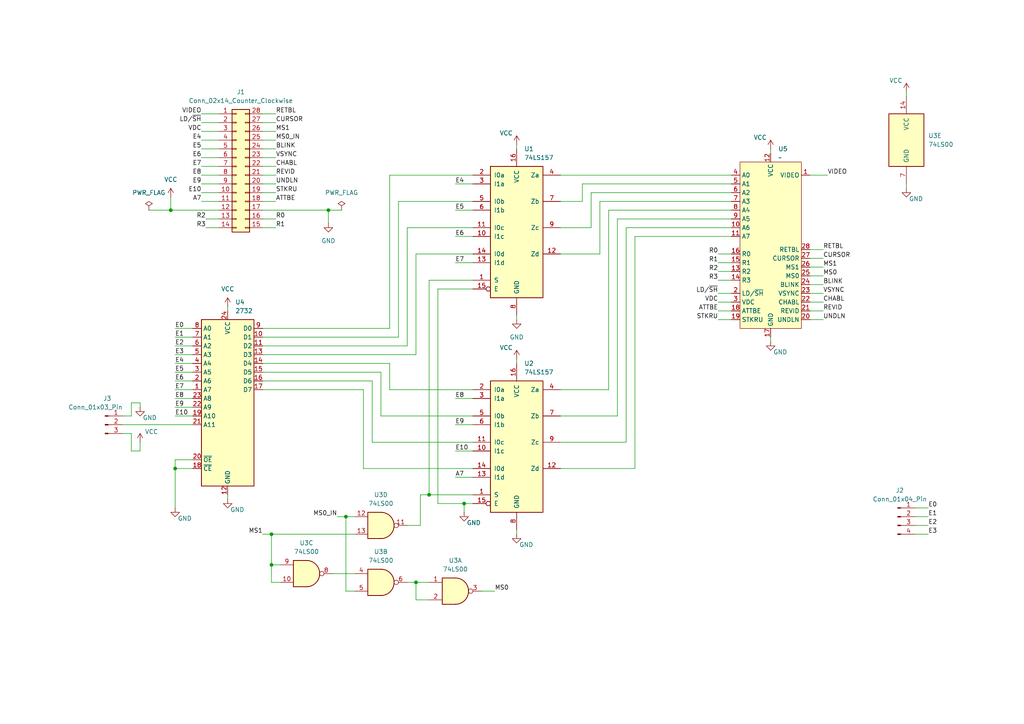
<source format=kicad_sch>
(kicad_sch (version 20231120) (generator "eeschema") (generator_version "8.0")
  (paper "A4")
  (title_block (title "Monroe Local Display") (date "2024-10-31") (rev "Ver 0.01") (company "SweProj"))
  (lib_symbols
    (symbol "74xx:74LS00" (pin_names (offset 1.016))
      (property "Reference" "U" (at 0 1.27 0))
      (property "Value" "74LS00" (at 0 -1.27 0))
      (symbol "74LS00_1_1"
        (arc (start 0 -3.81) (mid 3.7934 0) (end 0 3.81) (stroke (width 0.254)) (fill (type background)))
        (polyline (pts (xy 0 3.81) (xy -3.81 3.81) (xy -3.81 -3.81) (xy 0 -3.81)) (stroke (width 0.254)) (fill (type background)))
        (pin input line (at -7.62 2.54 0) (length 3.81) (name "~") (number "1"))
        (pin input line (at -7.62 -2.54 0) (length 3.81) (name "~") (number "2"))
        (pin output inverted (at 7.62 0 180) (length 3.81) (name "~") (number "3"))
      )
      (symbol "74LS00_1_2"
        (arc (start -3.81 -3.81) (mid -2.589 0) (end -3.81 3.81) (stroke (width 0.254)))
        (arc (start -0.6096 -3.81) (mid 2.1842 -2.5851) (end 3.81 0) (stroke (width 0.254)) (fill (type background)))
        (polyline (pts (xy -3.81 -3.81) (xy -0.635 -3.81)) (stroke (width 0.254)) (fill (type background)))
        (polyline (pts (xy -3.81 3.81) (xy -0.635 3.81)) (stroke (width 0.254)) (fill (type background)))
        (polyline (pts (xy -0.635 3.81) (xy -3.81 3.81) (xy -3.81 3.81) (xy -3.556 3.4036) (xy -3.0226 2.2606) (xy -2.6924 1.0414) (xy -2.6162 -0.254) (xy -2.7686 -1.4986) (xy -3.175 -2.7178) (xy -3.81 -3.81) (xy -3.81 -3.81) (xy -0.635 -3.81)) (stroke (width -25.4)) (fill (type background)))
        (arc (start 3.81 0) (mid 2.1915 2.5936) (end -0.6096 3.81) (stroke (width 0.254)) (fill (type background)))
        (pin input inverted (at -7.62 2.54 0) (length 4.318) (name "~") (number "1"))
        (pin input inverted (at -7.62 -2.54 0) (length 4.318) (name "~") (number "2"))
        (pin output line (at 7.62 0 180) (length 3.81) (name "~") (number "3"))
      )
      (symbol "74LS00_2_1"
        (arc (start 0 -3.81) (mid 3.7934 0) (end 0 3.81) (stroke (width 0.254)) (fill (type background)))
        (polyline (pts (xy 0 3.81) (xy -3.81 3.81) (xy -3.81 -3.81) (xy 0 -3.81)) (stroke (width 0.254)) (fill (type background)))
        (pin input line (at -7.62 2.54 0) (length 3.81) (name "~") (number "4"))
        (pin input line (at -7.62 -2.54 0) (length 3.81) (name "~") (number "5"))
        (pin output inverted (at 7.62 0 180) (length 3.81) (name "~") (number "6"))
      )
      (symbol "74LS00_2_2"
        (arc (start -3.81 -3.81) (mid -2.589 0) (end -3.81 3.81) (stroke (width 0.254)))
        (arc (start -0.6096 -3.81) (mid 2.1842 -2.5851) (end 3.81 0) (stroke (width 0.254)) (fill (type background)))
        (polyline (pts (xy -3.81 -3.81) (xy -0.635 -3.81)) (stroke (width 0.254)) (fill (type background)))
        (polyline (pts (xy -3.81 3.81) (xy -0.635 3.81)) (stroke (width 0.254)) (fill (type background)))
        (polyline (pts (xy -0.635 3.81) (xy -3.81 3.81) (xy -3.81 3.81) (xy -3.556 3.4036) (xy -3.0226 2.2606) (xy -2.6924 1.0414) (xy -2.6162 -0.254) (xy -2.7686 -1.4986) (xy -3.175 -2.7178) (xy -3.81 -3.81) (xy -3.81 -3.81) (xy -0.635 -3.81)) (stroke (width -25.4)) (fill (type background)))
        (arc (start 3.81 0) (mid 2.1915 2.5936) (end -0.6096 3.81) (stroke (width 0.254)) (fill (type background)))
        (pin input inverted (at -7.62 2.54 0) (length 4.318) (name "~") (number "4"))
        (pin input inverted (at -7.62 -2.54 0) (length 4.318) (name "~") (number "5"))
        (pin output line (at 7.62 0 180) (length 3.81) (name "~") (number "6"))
      )
      (symbol "74LS00_3_1"
        (arc (start 0 -3.81) (mid 3.7934 0) (end 0 3.81) (stroke (width 0.254)) (fill (type background)))
        (polyline (pts (xy 0 3.81) (xy -3.81 3.81) (xy -3.81 -3.81) (xy 0 -3.81)) (stroke (width 0.254)) (fill (type background)))
        (pin input line (at -7.62 -2.54 0) (length 3.81) (name "~") (number "10"))
        (pin output inverted (at 7.62 0 180) (length 3.81) (name "~") (number "8"))
        (pin input line (at -7.62 2.54 0) (length 3.81) (name "~") (number "9"))
      )
      (symbol "74LS00_3_2"
        (arc (start -3.81 -3.81) (mid -2.589 0) (end -3.81 3.81) (stroke (width 0.254)))
        (arc (start -0.6096 -3.81) (mid 2.1842 -2.5851) (end 3.81 0) (stroke (width 0.254)) (fill (type background)))
        (polyline (pts (xy -3.81 -3.81) (xy -0.635 -3.81)) (stroke (width 0.254)) (fill (type background)))
        (polyline (pts (xy -3.81 3.81) (xy -0.635 3.81)) (stroke (width 0.254)) (fill (type background)))
        (polyline (pts (xy -0.635 3.81) (xy -3.81 3.81) (xy -3.81 3.81) (xy -3.556 3.4036) (xy -3.0226 2.2606) (xy -2.6924 1.0414) (xy -2.6162 -0.254) (xy -2.7686 -1.4986) (xy -3.175 -2.7178) (xy -3.81 -3.81) (xy -3.81 -3.81) (xy -0.635 -3.81)) (stroke (width -25.4)) (fill (type background)))
        (arc (start 3.81 0) (mid 2.1915 2.5936) (end -0.6096 3.81) (stroke (width 0.254)) (fill (type background)))
        (pin input inverted (at -7.62 -2.54 0) (length 4.318) (name "~") (number "10"))
        (pin output line (at 7.62 0 180) (length 3.81) (name "~") (number "8"))
        (pin input inverted (at -7.62 2.54 0) (length 4.318) (name "~") (number "9"))
      )
      (symbol "74LS00_4_1"
        (arc (start 0 -3.81) (mid 3.7934 0) (end 0 3.81) (stroke (width 0.254)) (fill (type background)))
        (polyline (pts (xy 0 3.81) (xy -3.81 3.81) (xy -3.81 -3.81) (xy 0 -3.81)) (stroke (width 0.254)) (fill (type background)))
        (pin output inverted (at 7.62 0 180) (length 3.81) (name "~") (number "11"))
        (pin input line (at -7.62 2.54 0) (length 3.81) (name "~") (number "12"))
        (pin input line (at -7.62 -2.54 0) (length 3.81) (name "~") (number "13"))
      )
      (symbol "74LS00_4_2"
        (arc (start -3.81 -3.81) (mid -2.589 0) (end -3.81 3.81) (stroke (width 0.254)))
        (arc (start -0.6096 -3.81) (mid 2.1842 -2.5851) (end 3.81 0) (stroke (width 0.254)) (fill (type background)))
        (polyline (pts (xy -3.81 -3.81) (xy -0.635 -3.81)) (stroke (width 0.254)) (fill (type background)))
        (polyline (pts (xy -3.81 3.81) (xy -0.635 3.81)) (stroke (width 0.254)) (fill (type background)))
        (polyline (pts (xy -0.635 3.81) (xy -3.81 3.81) (xy -3.81 3.81) (xy -3.556 3.4036) (xy -3.0226 2.2606) (xy -2.6924 1.0414) (xy -2.6162 -0.254) (xy -2.7686 -1.4986) (xy -3.175 -2.7178) (xy -3.81 -3.81) (xy -3.81 -3.81) (xy -0.635 -3.81)) (stroke (width -25.4)) (fill (type background)))
        (arc (start 3.81 0) (mid 2.1915 2.5936) (end -0.6096 3.81) (stroke (width 0.254)) (fill (type background)))
        (pin output line (at 7.62 0 180) (length 3.81) (name "~") (number "11"))
        (pin input inverted (at -7.62 2.54 0) (length 4.318) (name "~") (number "12"))
        (pin input inverted (at -7.62 -2.54 0) (length 4.318) (name "~") (number "13"))
      )
      (symbol "74LS00_5_0"
        (pin power_in line (at 0 12.7 270) (length 5.08) (name "VCC") (number "14"))
        (pin power_in line (at 0 -12.7 90) (length 5.08) (name "GND") (number "7"))
      )
      (symbol "74LS00_5_1"
        (rectangle (start -5.08 7.62) (end 5.08 -7.62) (stroke (width 0.254)) (fill (type background)))
      )
    )
    (symbol "74xx:74LS157" (pin_names (offset 1.016))
      (property "Reference" "U" (at -7.62 19.05 0))
      (property "Value" "74LS157" (at -7.62 -21.59 0))
      (symbol "74LS157_1_0"
        (pin input line (at -12.7 -15.24 0) (length 5.08) (name "S") (number "1"))
        (pin input line (at -12.7 -2.54 0) (length 5.08) (name "I1c") (number "10"))
        (pin input line (at -12.7 0 0) (length 5.08) (name "I0c") (number "11"))
        (pin output line (at 12.7 -7.62 180) (length 5.08) (name "Zd") (number "12"))
        (pin input line (at -12.7 -10.16 0) (length 5.08) (name "I1d") (number "13"))
        (pin input line (at -12.7 -7.62 0) (length 5.08) (name "I0d") (number "14"))
        (pin input inverted (at -12.7 -17.78 0) (length 5.08) (name "E") (number "15"))
        (pin power_in line (at 0 22.86 270) (length 5.08) (name "VCC") (number "16"))
        (pin input line (at -12.7 15.24 0) (length 5.08) (name "I0a") (number "2"))
        (pin input line (at -12.7 12.7 0) (length 5.08) (name "I1a") (number "3"))
        (pin output line (at 12.7 15.24 180) (length 5.08) (name "Za") (number "4"))
        (pin input line (at -12.7 7.62 0) (length 5.08) (name "I0b") (number "5"))
        (pin input line (at -12.7 5.08 0) (length 5.08) (name "I1b") (number "6"))
        (pin output line (at 12.7 7.62 180) (length 5.08) (name "Zb") (number "7"))
        (pin power_in line (at 0 -25.4 90) (length 5.08) (name "GND") (number "8"))
        (pin output line (at 12.7 0 180) (length 5.08) (name "Zc") (number "9"))
      )
      (symbol "74LS157_1_1"
        (rectangle (start -7.62 17.78) (end 7.62 -20.32) (stroke (width 0.254)) (fill (type background)))
      )
    )
    (symbol "Connector:Conn_01x03_Pin" (pin_names (offset 1.016) hide)
      (property "Reference" "J" (at 0 5.08 0))
      (property "Value" "Conn_01x03_Pin" (at 0 -5.08 0))
      (symbol "Conn_01x03_Pin_1_1"
        (polyline (pts (xy 1.27 -2.54) (xy 0.8636 -2.54)) (stroke (width 0.1524)))
        (polyline (pts (xy 1.27 0) (xy 0.8636 0)) (stroke (width 0.1524)))
        (polyline (pts (xy 1.27 2.54) (xy 0.8636 2.54)) (stroke (width 0.1524)))
        (rectangle (start 0.8636 -2.413) (end 0 -2.667) (stroke (width 0.1524)) (fill (type outline)))
        (rectangle (start 0.8636 0.127) (end 0 -0.127) (stroke (width 0.1524)) (fill (type outline)))
        (rectangle (start 0.8636 2.667) (end 0 2.413) (stroke (width 0.1524)) (fill (type outline)))
        (pin passive line (at 5.08 2.54 180) (length 3.81) (name "Pin_1") (number "1"))
        (pin passive line (at 5.08 0 180) (length 3.81) (name "Pin_2") (number "2"))
        (pin passive line (at 5.08 -2.54 180) (length 3.81) (name "Pin_3") (number "3"))
      )
    )
    (symbol "Connector:Conn_01x04_Pin" (pin_names (offset 1.016) hide)
      (property "Reference" "J" (at 0 5.08 0))
      (property "Value" "Conn_01x04_Pin" (at 0 -7.62 0))
      (symbol "Conn_01x04_Pin_1_1"
        (polyline (pts (xy 1.27 -5.08) (xy 0.8636 -5.08)) (stroke (width 0.1524)))
        (polyline (pts (xy 1.27 -2.54) (xy 0.8636 -2.54)) (stroke (width 0.1524)))
        (polyline (pts (xy 1.27 0) (xy 0.8636 0)) (stroke (width 0.1524)))
        (polyline (pts (xy 1.27 2.54) (xy 0.8636 2.54)) (stroke (width 0.1524)))
        (rectangle (start 0.8636 -4.953) (end 0 -5.207) (stroke (width 0.1524)) (fill (type outline)))
        (rectangle (start 0.8636 -2.413) (end 0 -2.667) (stroke (width 0.1524)) (fill (type outline)))
        (rectangle (start 0.8636 0.127) (end 0 -0.127) (stroke (width 0.1524)) (fill (type outline)))
        (rectangle (start 0.8636 2.667) (end 0 2.413) (stroke (width 0.1524)) (fill (type outline)))
        (pin passive line (at 5.08 2.54 180) (length 3.81) (name "Pin_1") (number "1"))
        (pin passive line (at 5.08 0 180) (length 3.81) (name "Pin_2") (number "2"))
        (pin passive line (at 5.08 -2.54 180) (length 3.81) (name "Pin_3") (number "3"))
        (pin passive line (at 5.08 -5.08 180) (length 3.81) (name "Pin_4") (number "4"))
      )
    )
    (symbol "Connector_Generic:Conn_02x14_Counter_Clockwise" (pin_names (offset 1.016) hide)
      (property "Reference" "J" (at 1.27 17.78 0))
      (property "Value" "Conn_02x14_Counter_Clockwise" (at 1.27 -20.32 0))
      (symbol "Conn_02x14_Counter_Clockwise_1_1"
        (rectangle (start -1.27 -17.653) (end 0 -17.907) (stroke (width 0.1524)))
        (rectangle (start -1.27 -15.113) (end 0 -15.367) (stroke (width 0.1524)))
        (rectangle (start -1.27 -12.573) (end 0 -12.827) (stroke (width 0.1524)))
        (rectangle (start -1.27 -10.033) (end 0 -10.287) (stroke (width 0.1524)))
        (rectangle (start -1.27 -7.493) (end 0 -7.747) (stroke (width 0.1524)))
        (rectangle (start -1.27 -4.953) (end 0 -5.207) (stroke (width 0.1524)))
        (rectangle (start -1.27 -2.413) (end 0 -2.667) (stroke (width 0.1524)))
        (rectangle (start -1.27 0.127) (end 0 -0.127) (stroke (width 0.1524)))
        (rectangle (start -1.27 2.667) (end 0 2.413) (stroke (width 0.1524)))
        (rectangle (start -1.27 5.207) (end 0 4.953) (stroke (width 0.1524)))
        (rectangle (start -1.27 7.747) (end 0 7.493) (stroke (width 0.1524)))
        (rectangle (start -1.27 10.287) (end 0 10.033) (stroke (width 0.1524)))
        (rectangle (start -1.27 12.827) (end 0 12.573) (stroke (width 0.1524)))
        (rectangle (start -1.27 15.367) (end 0 15.113) (stroke (width 0.1524)))
        (rectangle (start -1.27 16.51) (end 3.81 -19.05) (stroke (width 0.254)) (fill (type background)))
        (rectangle (start 3.81 -17.653) (end 2.54 -17.907) (stroke (width 0.1524)))
        (rectangle (start 3.81 -15.113) (end 2.54 -15.367) (stroke (width 0.1524)))
        (rectangle (start 3.81 -12.573) (end 2.54 -12.827) (stroke (width 0.1524)))
        (rectangle (start 3.81 -10.033) (end 2.54 -10.287) (stroke (width 0.1524)))
        (rectangle (start 3.81 -7.493) (end 2.54 -7.747) (stroke (width 0.1524)))
        (rectangle (start 3.81 -4.953) (end 2.54 -5.207) (stroke (width 0.1524)))
        (rectangle (start 3.81 -2.413) (end 2.54 -2.667) (stroke (width 0.1524)))
        (rectangle (start 3.81 0.127) (end 2.54 -0.127) (stroke (width 0.1524)))
        (rectangle (start 3.81 2.667) (end 2.54 2.413) (stroke (width 0.1524)))
        (rectangle (start 3.81 5.207) (end 2.54 4.953) (stroke (width 0.1524)))
        (rectangle (start 3.81 7.747) (end 2.54 7.493) (stroke (width 0.1524)))
        (rectangle (start 3.81 10.287) (end 2.54 10.033) (stroke (width 0.1524)))
        (rectangle (start 3.81 12.827) (end 2.54 12.573) (stroke (width 0.1524)))
        (rectangle (start 3.81 15.367) (end 2.54 15.113) (stroke (width 0.1524)))
        (pin passive line (at -5.08 15.24 0) (length 3.81) (name "Pin_1") (number "1"))
        (pin passive line (at -5.08 -7.62 0) (length 3.81) (name "Pin_10") (number "10"))
        (pin passive line (at -5.08 -10.16 0) (length 3.81) (name "Pin_11") (number "11"))
        (pin passive line (at -5.08 -12.7 0) (length 3.81) (name "Pin_12") (number "12"))
        (pin passive line (at -5.08 -15.24 0) (length 3.81) (name "Pin_13") (number "13"))
        (pin passive line (at -5.08 -17.78 0) (length 3.81) (name "Pin_14") (number "14"))
        (pin passive line (at 7.62 -17.78 180) (length 3.81) (name "Pin_15") (number "15"))
        (pin passive line (at 7.62 -15.24 180) (length 3.81) (name "Pin_16") (number "16"))
        (pin passive line (at 7.62 -12.7 180) (length 3.81) (name "Pin_17") (number "17"))
        (pin passive line (at 7.62 -10.16 180) (length 3.81) (name "Pin_18") (number "18"))
        (pin passive line (at 7.62 -7.62 180) (length 3.81) (name "Pin_19") (number "19"))
        (pin passive line (at -5.08 12.7 0) (length 3.81) (name "Pin_2") (number "2"))
        (pin passive line (at 7.62 -5.08 180) (length 3.81) (name "Pin_20") (number "20"))
        (pin passive line (at 7.62 -2.54 180) (length 3.81) (name "Pin_21") (number "21"))
        (pin passive line (at 7.62 0 180) (length 3.81) (name "Pin_22") (number "22"))
        (pin passive line (at 7.62 2.54 180) (length 3.81) (name "Pin_23") (number "23"))
        (pin passive line (at 7.62 5.08 180) (length 3.81) (name "Pin_24") (number "24"))
        (pin passive line (at 7.62 7.62 180) (length 3.81) (name "Pin_25") (number "25"))
        (pin passive line (at 7.62 10.16 180) (length 3.81) (name "Pin_26") (number "26"))
        (pin passive line (at 7.62 12.7 180) (length 3.81) (name "Pin_27") (number "27"))
        (pin passive line (at 7.62 15.24 180) (length 3.81) (name "Pin_28") (number "28"))
        (pin passive line (at -5.08 10.16 0) (length 3.81) (name "Pin_3") (number "3"))
        (pin passive line (at -5.08 7.62 0) (length 3.81) (name "Pin_4") (number "4"))
        (pin passive line (at -5.08 5.08 0) (length 3.81) (name "Pin_5") (number "5"))
        (pin passive line (at -5.08 2.54 0) (length 3.81) (name "Pin_6") (number "6"))
        (pin passive line (at -5.08 0 0) (length 3.81) (name "Pin_7") (number "7"))
        (pin passive line (at -5.08 -2.54 0) (length 3.81) (name "Pin_8") (number "8"))
        (pin passive line (at -5.08 -5.08 0) (length 3.81) (name "Pin_9") (number "9"))
      )
    )
    (symbol "local_display:2732"
      (property "Reference" "U" (at -7.62 24.13 0))
      (property "Value" "2732" (at 2.54 -26.67 0))
      (symbol "2732_1_1"
        (rectangle (start -7.62 22.86) (end 7.62 -25.4) (stroke (width 0.254)) (fill (type background)))
        (pin input line (at -10.16 2.54 0) (length 2.54) (name "A7") (number "1"))
        (pin tri_state line (at 10.16 17.78 180) (length 2.54) (name "D1") (number "10"))
        (pin tri_state line (at 10.16 15.24 180) (length 2.54) (name "D2") (number "11"))
        (pin power_in line (at 0 -27.94 90) (length 2.54) (name "GND") (number "12"))
        (pin tri_state line (at 10.16 12.7 180) (length 2.54) (name "D3") (number "13"))
        (pin tri_state line (at 10.16 10.16 180) (length 2.54) (name "D4") (number "14"))
        (pin tri_state line (at 10.16 7.62 180) (length 2.54) (name "D5") (number "15"))
        (pin tri_state line (at 10.16 5.08 180) (length 2.54) (name "D6") (number "16"))
        (pin tri_state line (at 10.16 2.54 180) (length 2.54) (name "D7") (number "17"))
        (pin input line (at -10.16 -20.32 0) (length 2.54) (name "~{CE}") (number "18"))
        (pin input line (at -10.16 -5.08 0) (length 2.54) (name "A10") (number "19"))
        (pin input line (at -10.16 5.08 0) (length 2.54) (name "A6") (number "2"))
        (pin input line (at -10.16 -17.78 0) (length 2.54) (name "~{OE}") (number "20"))
        (pin input line (at -10.16 -7.62 0) (length 2.54) (name "A11") (number "21"))
        (pin input line (at -10.16 -2.54 0) (length 2.54) (name "A9") (number "22"))
        (pin input line (at -10.16 0 0) (length 2.54) (name "A8") (number "23"))
        (pin power_in line (at 0 25.4 270) (length 2.54) (name "VCC") (number "24"))
        (pin input line (at -10.16 7.62 0) (length 2.54) (name "A5") (number "3"))
        (pin input line (at -10.16 10.16 0) (length 2.54) (name "A4") (number "4"))
        (pin input line (at -10.16 12.7 0) (length 2.54) (name "A3") (number "5"))
        (pin input line (at -10.16 15.24 0) (length 2.54) (name "A2") (number "6"))
        (pin input line (at -10.16 17.78 0) (length 2.54) (name "A1") (number "7"))
        (pin input line (at -10.16 20.32 0) (length 2.54) (name "A0") (number "8"))
        (pin tri_state line (at 10.16 20.32 180) (length 2.54) (name "D0") (number "9"))
      )
    )
    (symbol "local_display:CRT8002"
      (property "Reference" "U" (at -7.874 25.908 0))
      (symbol "CRT8002_1_1"
        (rectangle (start -8.89 24.13) (end 8.89 -24.13) (fill (type background)))
        (pin output line (at 11.43 20.32 180) (length 2.54) (name "VIDEO") (number "1"))
        (pin input line (at -11.43 5.08 0) (length 2.54) (name "A6") (number "10"))
        (pin input line (at -11.43 2.54 0) (length 2.54) (name "A7") (number "11"))
        (pin power_in line (at 0 26.67 270) (length 2.54) (name "VCC") (number "12"))
        (pin input line (at -11.43 -7.62 0) (length 2.54) (name "R2") (number "13"))
        (pin input line (at -11.43 -10.16 0) (length 2.54) (name "R3") (number "14"))
        (pin input line (at -11.43 -5.08 0) (length 2.54) (name "R1") (number "15"))
        (pin input line (at -11.43 -2.54 0) (length 2.54) (name "R0") (number "16"))
        (pin power_in line (at 0 -26.67 90) (length 2.54) (name "GND") (number "17"))
        (pin input line (at -11.43 -19.05 0) (length 2.54) (name "ATTBE") (number "18"))
        (pin input line (at -11.43 -21.59 0) (length 2.54) (name "STKRU") (number "19"))
        (pin input line (at -11.43 -13.97 0) (length 2.54) (name "LD/~{SH}") (number "2"))
        (pin input line (at 11.43 -21.59 180) (length 2.54) (name "UNDLN") (number "20"))
        (pin input line (at 11.43 -19.05 180) (length 2.54) (name "REVID") (number "21"))
        (pin input line (at 11.43 -16.51 180) (length 2.54) (name "CHABL") (number "22"))
        (pin input line (at 11.43 -13.97 180) (length 2.54) (name "VSYNC") (number "23"))
        (pin input line (at 11.43 -11.43 180) (length 2.54) (name "BLINK") (number "24"))
        (pin input line (at 11.43 -8.89 180) (length 2.54) (name "MS0") (number "25"))
        (pin input line (at 11.43 -6.35 180) (length 2.54) (name "MS1") (number "26"))
        (pin input line (at 11.43 -3.81 180) (length 2.54) (name "CURSOR") (number "27"))
        (pin input line (at 11.43 -1.27 180) (length 2.54) (name "RETBL") (number "28"))
        (pin input line (at -11.43 -16.51 0) (length 2.54) (name "VDC") (number "3"))
        (pin input line (at -11.43 20.32 0) (length 2.54) (name "A0") (number "4"))
        (pin input line (at -11.43 17.78 0) (length 2.54) (name "A1") (number "5"))
        (pin input line (at -11.43 15.24 0) (length 2.54) (name "A2") (number "6"))
        (pin input line (at -11.43 12.7 0) (length 2.54) (name "A3") (number "7"))
        (pin input line (at -11.43 10.16 0) (length 2.54) (name "A4") (number "8"))
        (pin input line (at -11.43 7.62 0) (length 2.54) (name "A5") (number "9"))
      )
    )
    (symbol "power:GND" (power) (pin_numbers hide) (pin_names (offset 0) hide)
      (property "Value" "GND" (at 0 -3.81 0))
      (symbol "GND_0_1"
        (polyline (pts (xy 0 0) (xy 0 -1.27) (xy 1.27 -1.27) (xy 0 -2.54) (xy -1.27 -1.27) (xy 0 -1.27)))
      )
      (symbol "GND_1_1"
        (pin power_in line (at 0 0 270) (length 0) (name "~") (number "1"))
      )
    )
    (symbol "power:PWR_FLAG" (power) (pin_numbers hide) (pin_names (offset 0) hide)
      (property "Value" "PWR_FLAG" (at 0 3.81 0))
      (symbol "PWR_FLAG_0_0"
        (pin power_out line (at 0 0 90) (length 0) (name "~") (number "1"))
      )
      (symbol "PWR_FLAG_0_1"
        (polyline (pts (xy 0 0) (xy 0 1.27) (xy -1.016 1.905) (xy 0 2.54) (xy 1.016 1.905) (xy 0 1.27)))
      )
    )
    (symbol "power:VCC" (power) (pin_numbers hide) (pin_names (offset 0) hide)
      (property "Value" "VCC" (at 0 3.556 0))
      (symbol "VCC_0_1"
        (polyline (pts (xy -0.762 1.27) (xy 0 2.54)))
        (polyline (pts (xy 0 0) (xy 0 2.54)))
        (polyline (pts (xy 0 2.54) (xy 0.762 1.27)))
      )
      (symbol "VCC_1_1"
        (pin power_in line (at 0 0 90) (length 0) (name "~") (number "1"))
      )
    )
  )
  (junction (at 95.25 60.96))
  (junction (at 100.33 149.86))
  (junction (at 78.74 163.83))
  (junction (at 49.53 60.96))
  (junction (at 78.74 154.94))
  (junction (at 120.65 168.91))
  (junction (at 124.46 143.51))
  (junction (at 50.8 135.89))
  (junction (at 134.62 146.05))
  (wire (pts (xy 50.8 115.57) (xy 55.88 115.57)))
  (wire (pts (xy 58.42 50.8) (xy 63.5 50.8)))
  (wire (pts (xy 95.25 60.96) (xy 99.06 60.96)))
  (wire (pts (xy 234.95 90.17) (xy 238.76 90.17)))
  (wire (pts (xy 118.11 168.91) (xy 120.65 168.91)))
  (wire (pts (xy 120.65 173.99) (xy 124.46 173.99)))
  (wire (pts (xy 80.01 58.42) (xy 76.2 58.42)))
  (wire (pts (xy 50.8 113.03) (xy 55.88 113.03)))
  (wire (pts (xy 76.2 102.87) (xy 120.65 102.87)))
  (wire (pts (xy 124.46 81.28) (xy 124.46 143.51)))
  (wire (pts (xy 240.03 50.8) (xy 234.95 50.8)))
  (wire (pts (xy 76.2 60.96) (xy 95.25 60.96)))
  (wire (pts (xy 50.8 105.41) (xy 55.88 105.41)))
  (wire (pts (xy 76.2 40.64) (xy 80.01 40.64)))
  (wire (pts (xy 78.74 154.94) (xy 76.2 154.94)))
  (wire (pts (xy 234.95 85.09) (xy 238.76 85.09)))
  (wire (pts (xy 63.5 60.96) (xy 49.53 60.96)))
  (wire (pts (xy 162.56 128.27) (xy 181.61 128.27)))
  (wire (pts (xy 121.92 152.4) (xy 121.92 143.51)))
  (wire (pts (xy 110.49 107.95) (xy 110.49 120.65)))
  (wire (pts (xy 58.42 58.42) (xy 63.5 58.42)))
  (wire (pts (xy 76.2 100.33) (xy 118.11 100.33)))
  (wire (pts (xy 120.65 102.87) (xy 120.65 73.66)))
  (wire (pts (xy 184.15 68.58) (xy 212.09 68.58)))
  (wire (pts (xy 50.8 133.35) (xy 50.8 135.89)))
  (wire (pts (xy 176.53 113.03) (xy 176.53 60.96)))
  (wire (pts (xy 132.08 68.58) (xy 137.16 68.58)))
  (wire (pts (xy 76.2 95.25) (xy 113.03 95.25)))
  (wire (pts (xy 132.08 123.19) (xy 137.16 123.19)))
  (wire (pts (xy 38.1 120.65) (xy 38.1 116.84)))
  (wire (pts (xy 76.2 110.49) (xy 107.95 110.49)))
  (wire (pts (xy 162.56 113.03) (xy 176.53 113.03)))
  (wire (pts (xy 124.46 81.28) (xy 137.16 81.28)))
  (wire (pts (xy 168.91 58.42) (xy 168.91 53.34)))
  (wire (pts (xy 38.1 116.84) (xy 40.64 116.84)))
  (wire (pts (xy 50.8 135.89) (xy 55.88 135.89)))
  (wire (pts (xy 49.53 57.15) (xy 49.53 60.96)))
  (wire (pts (xy 171.45 55.88) (xy 212.09 55.88)))
  (wire (pts (xy 58.42 45.72) (xy 63.5 45.72)))
  (wire (pts (xy 115.57 97.79) (xy 115.57 58.42)))
  (wire (pts (xy 234.95 80.01) (xy 238.76 80.01)))
  (wire (pts (xy 162.56 120.65) (xy 179.07 120.65)))
  (wire (pts (xy 58.42 38.1) (xy 63.5 38.1)))
  (wire (pts (xy 58.42 35.56) (xy 63.5 35.56)))
  (wire (pts (xy 162.56 73.66) (xy 173.99 73.66)))
  (wire (pts (xy 208.28 78.74) (xy 212.09 78.74)))
  (wire (pts (xy 208.28 85.09) (xy 212.09 85.09)))
  (wire (pts (xy 107.95 128.27) (xy 137.16 128.27)))
  (wire (pts (xy 234.95 72.39) (xy 238.76 72.39)))
  (wire (pts (xy 66.04 143.51) (xy 66.04 144.78)))
  (wire (pts (xy 120.65 73.66) (xy 137.16 73.66)))
  (wire (pts (xy 127 83.82) (xy 127 146.05)))
  (wire (pts (xy 59.69 66.04) (xy 63.5 66.04)))
  (wire (pts (xy 50.8 100.33) (xy 55.88 100.33)))
  (wire (pts (xy 118.11 100.33) (xy 118.11 66.04)))
  (wire (pts (xy 59.69 63.5) (xy 63.5 63.5)))
  (wire (pts (xy 100.33 149.86) (xy 100.33 171.45)))
  (wire (pts (xy 132.08 115.57) (xy 137.16 115.57)))
  (wire (pts (xy 50.8 95.25) (xy 55.88 95.25)))
  (wire (pts (xy 76.2 48.26) (xy 80.01 48.26)))
  (wire (pts (xy 132.08 76.2) (xy 137.16 76.2)))
  (wire (pts (xy 171.45 66.04) (xy 171.45 55.88)))
  (wire (pts (xy 118.11 66.04) (xy 137.16 66.04)))
  (wire (pts (xy 127 146.05) (xy 134.62 146.05)))
  (wire (pts (xy 127 83.82) (xy 137.16 83.82)))
  (wire (pts (xy 96.52 166.37) (xy 102.87 166.37)))
  (wire (pts (xy 208.28 90.17) (xy 212.09 90.17)))
  (wire (pts (xy 113.03 113.03) (xy 137.16 113.03)))
  (wire (pts (xy 58.42 33.02) (xy 63.5 33.02)))
  (wire (pts (xy 50.8 102.87) (xy 55.88 102.87)))
  (wire (pts (xy 208.28 87.63) (xy 212.09 87.63)))
  (wire (pts (xy 134.62 146.05) (xy 137.16 146.05)))
  (wire (pts (xy 35.56 120.65) (xy 38.1 120.65)))
  (wire (pts (xy 78.74 163.83) (xy 78.74 168.91)))
  (wire (pts (xy 234.95 77.47) (xy 238.76 77.47)))
  (wire (pts (xy 149.86 91.44) (xy 149.86 92.71)))
  (wire (pts (xy 184.15 135.89) (xy 162.56 135.89)))
  (wire (pts (xy 76.2 35.56) (xy 80.01 35.56)))
  (wire (pts (xy 134.62 146.05) (xy 134.62 148.59)))
  (wire (pts (xy 78.74 163.83) (xy 81.28 163.83)))
  (wire (pts (xy 50.8 110.49) (xy 55.88 110.49)))
  (wire (pts (xy 80.01 66.04) (xy 76.2 66.04)))
  (wire (pts (xy 179.07 120.65) (xy 179.07 63.5)))
  (wire (pts (xy 113.03 95.25) (xy 113.03 50.8)))
  (wire (pts (xy 38.1 130.81) (xy 40.64 130.81)))
  (wire (pts (xy 50.8 107.95) (xy 55.88 107.95)))
  (wire (pts (xy 181.61 66.04) (xy 212.09 66.04)))
  (wire (pts (xy 173.99 73.66) (xy 173.99 58.42)))
  (wire (pts (xy 76.2 50.8) (xy 80.01 50.8)))
  (wire (pts (xy 76.2 107.95) (xy 110.49 107.95)))
  (wire (pts (xy 124.46 143.51) (xy 137.16 143.51)))
  (wire (pts (xy 78.74 168.91) (xy 81.28 168.91)))
  (wire (pts (xy 168.91 53.34) (xy 212.09 53.34)))
  (wire (pts (xy 76.2 105.41) (xy 113.03 105.41)))
  (wire (pts (xy 76.2 33.02) (xy 80.01 33.02)))
  (wire (pts (xy 223.52 43.18) (xy 223.52 44.45)))
  (wire (pts (xy 105.41 135.89) (xy 137.16 135.89)))
  (wire (pts (xy 173.99 58.42) (xy 212.09 58.42)))
  (wire (pts (xy 35.56 125.73) (xy 38.1 125.73)))
  (wire (pts (xy 115.57 58.42) (xy 137.16 58.42)))
  (wire (pts (xy 208.28 81.28) (xy 212.09 81.28)))
  (wire (pts (xy 76.2 43.18) (xy 80.01 43.18)))
  (wire (pts (xy 76.2 45.72) (xy 80.01 45.72)))
  (wire (pts (xy 58.42 55.88) (xy 63.5 55.88)))
  (wire (pts (xy 265.43 152.4) (xy 269.24 152.4)))
  (wire (pts (xy 78.74 154.94) (xy 78.74 163.83)))
  (wire (pts (xy 208.28 92.71) (xy 212.09 92.71)))
  (wire (pts (xy 120.65 168.91) (xy 120.65 173.99)))
  (wire (pts (xy 121.92 143.51) (xy 124.46 143.51)))
  (wire (pts (xy 181.61 128.27) (xy 181.61 66.04)))
  (wire (pts (xy 40.64 116.84) (xy 40.64 118.11)))
  (wire (pts (xy 208.28 73.66) (xy 212.09 73.66)))
  (wire (pts (xy 58.42 43.18) (xy 63.5 43.18)))
  (wire (pts (xy 55.88 133.35) (xy 50.8 133.35)))
  (wire (pts (xy 265.43 149.86) (xy 269.24 149.86)))
  (wire (pts (xy 184.15 68.58) (xy 184.15 135.89)))
  (wire (pts (xy 95.25 60.96) (xy 95.25 64.77)))
  (wire (pts (xy 100.33 171.45) (xy 102.87 171.45)))
  (wire (pts (xy 149.86 41.91) (xy 149.86 43.18)))
  (wire (pts (xy 162.56 58.42) (xy 168.91 58.42)))
  (wire (pts (xy 50.8 97.79) (xy 55.88 97.79)))
  (wire (pts (xy 107.95 110.49) (xy 107.95 128.27)))
  (wire (pts (xy 50.8 135.89) (xy 50.8 147.32)))
  (wire (pts (xy 110.49 120.65) (xy 137.16 120.65)))
  (wire (pts (xy 234.95 87.63) (xy 238.76 87.63)))
  (wire (pts (xy 58.42 48.26) (xy 63.5 48.26)))
  (wire (pts (xy 265.43 154.94) (xy 269.24 154.94)))
  (wire (pts (xy 149.86 104.14) (xy 149.86 105.41)))
  (wire (pts (xy 76.2 53.34) (xy 80.01 53.34)))
  (wire (pts (xy 118.11 152.4) (xy 121.92 152.4)))
  (wire (pts (xy 132.08 60.96) (xy 137.16 60.96)))
  (wire (pts (xy 208.28 76.2) (xy 212.09 76.2)))
  (wire (pts (xy 80.01 55.88) (xy 76.2 55.88)))
  (wire (pts (xy 113.03 105.41) (xy 113.03 113.03)))
  (wire (pts (xy 76.2 38.1) (xy 80.01 38.1)))
  (wire (pts (xy 262.89 26.67) (xy 262.89 27.94)))
  (wire (pts (xy 105.41 113.03) (xy 105.41 135.89)))
  (wire (pts (xy 120.65 168.91) (xy 124.46 168.91)))
  (wire (pts (xy 58.42 53.34) (xy 63.5 53.34)))
  (wire (pts (xy 80.01 63.5) (xy 76.2 63.5)))
  (wire (pts (xy 38.1 125.73) (xy 38.1 130.81)))
  (wire (pts (xy 234.95 82.55) (xy 238.76 82.55)))
  (wire (pts (xy 162.56 50.8) (xy 212.09 50.8)))
  (wire (pts (xy 132.08 130.81) (xy 137.16 130.81)))
  (wire (pts (xy 234.95 92.71) (xy 238.76 92.71)))
  (wire (pts (xy 149.86 153.67) (xy 149.86 154.94)))
  (wire (pts (xy 97.79 149.86) (xy 100.33 149.86)))
  (wire (pts (xy 76.2 97.79) (xy 115.57 97.79)))
  (wire (pts (xy 113.03 50.8) (xy 137.16 50.8)))
  (wire (pts (xy 223.52 97.79) (xy 223.52 99.06)))
  (wire (pts (xy 58.42 40.64) (xy 63.5 40.64)))
  (wire (pts (xy 262.89 53.34) (xy 262.89 54.61)))
  (wire (pts (xy 102.87 149.86) (xy 100.33 149.86)))
  (wire (pts (xy 102.87 154.94) (xy 78.74 154.94)))
  (wire (pts (xy 139.7 171.45) (xy 143.51 171.45)))
  (wire (pts (xy 176.53 60.96) (xy 212.09 60.96)))
  (wire (pts (xy 43.18 60.96) (xy 49.53 60.96)))
  (wire (pts (xy 35.56 123.19) (xy 55.88 123.19)))
  (wire (pts (xy 179.07 63.5) (xy 212.09 63.5)))
  (wire (pts (xy 66.04 88.9) (xy 66.04 90.17)))
  (wire (pts (xy 162.56 66.04) (xy 171.45 66.04)))
  (wire (pts (xy 50.8 120.65) (xy 55.88 120.65)))
  (wire (pts (xy 76.2 113.03) (xy 105.41 113.03)))
  (wire (pts (xy 132.08 53.34) (xy 137.16 53.34)))
  (wire (pts (xy 50.8 118.11) (xy 55.88 118.11)))
  (wire (pts (xy 40.64 130.81) (xy 40.64 128.27)))
  (wire (pts (xy 234.95 74.93) (xy 238.76 74.93)))
  (wire (pts (xy 265.43 147.32) (xy 269.24 147.32)))
  (wire (pts (xy 132.08 138.43) (xy 137.16 138.43)))
  (label "E6" (at 132.08 68.58 0))
  (label "CHABL" (at 238.76 87.63 0))
  (label "BLINK" (at 238.76 82.55 0))
  (label "RETBL" (at 80.01 33.02 0))
  (label "MS0_IN" (at 80.01 40.64 0))
  (label "E10" (at 50.8 120.65 0))
  (label "R1" (at 208.28 76.2 180))
  (label "E6" (at 58.42 45.72 180))
  (label "VIDEO" (at 58.42 33.02 180))
  (label "E0" (at 50.8 95.25 0))
  (label "E9" (at 132.08 123.19 0))
  (label "MS1" (at 80.01 38.1 0))
  (label "E9" (at 58.42 53.34 180))
  (label "RETBL" (at 238.76 72.39 0))
  (label "E10" (at 132.08 130.81 0))
  (label "E5" (at 132.08 60.96 0))
  (label "REVID" (at 238.76 90.17 0))
  (label "E4" (at 50.8 105.41 0))
  (label "VDC" (at 58.42 38.1 180))
  (label "VSYNC" (at 238.76 85.09 0))
  (label "VIDEO" (at 240.03 50.8 0))
  (label "R0" (at 80.01 63.5 0))
  (label "E9" (at 50.8 118.11 0))
  (label "CHABL" (at 80.01 48.26 0))
  (label "E2" (at 50.8 100.33 0))
  (label "E2" (at 269.24 152.4 0))
  (label "CURSOR" (at 238.76 74.93 0))
  (label "E8" (at 132.08 115.57 0))
  (label "R3" (at 208.28 81.28 180))
  (label "STKRU" (at 208.28 92.71 180))
  (label "MS1" (at 76.2 154.94 180))
  (label "E8" (at 58.42 50.8 180))
  (label "MS0" (at 143.51 171.45 0))
  (label "E0" (at 269.24 147.32 0))
  (label "LD{slash}~{SH}" (at 208.28 85.09 180))
  (label "E3" (at 50.8 102.87 0))
  (label "E4" (at 58.42 40.64 180))
  (label "E5" (at 50.8 107.95 0))
  (label "E1" (at 269.24 149.86 0))
  (label "VSYNC" (at 80.01 45.72 0))
  (label "R0" (at 208.28 73.66 180))
  (label "ATTBE" (at 80.01 58.42 0))
  (label "A7" (at 58.42 58.42 180))
  (label "UNDLN" (at 80.01 53.34 0))
  (label "E8" (at 50.8 115.57 0))
  (label "R1" (at 80.01 66.04 0))
  (label "LD{slash}~{SH}" (at 58.42 35.56 180))
  (label "E1" (at 50.8 97.79 0))
  (label "R3" (at 59.69 66.04 180))
  (label "STKRU" (at 80.01 55.88 0))
  (label "REVID" (at 80.01 50.8 0))
  (label "E7" (at 132.08 76.2 0))
  (label "MS0" (at 238.76 80.01 0))
  (label "E10" (at 58.42 55.88 180))
  (label "R2" (at 59.69 63.5 180))
  (label "E7" (at 50.8 113.03 0))
  (label "E6" (at 50.8 110.49 0))
  (label "ATTBE" (at 208.28 90.17 180))
  (label "E4" (at 132.08 53.34 0))
  (label "E3" (at 269.24 154.94 0))
  (label "VDC" (at 208.28 87.63 180))
  (label "MS0_IN" (at 97.79 149.86 180))
  (label "E7" (at 58.42 48.26 180))
  (label "BLINK" (at 80.01 43.18 0))
  (label "A7" (at 132.08 138.43 0))
  (label "R2" (at 208.28 78.74 180))
  (label "MS1" (at 238.76 77.47 0))
  (label "CURSOR" (at 80.01 35.56 0))
  (label "UNDLN" (at 238.76 92.71 0))
  (label "E5" (at 58.42 43.18 180))
  (symbol (lib_id "power:VCC") (at 40.64 128.27 0) (unit 1)
    (property "Reference" "#PWR04" (effects (hide yes)))
    (property "Value" "VCC" (at 43.942 125.222 0))
    (property "Description" "Power symbol creates a global label with name \"VCC\"" (effects (hide yes)))
  )
  (symbol (lib_id "74xx:74LS00") (at 88.9 166.37 0) (unit 3)
    (property "Reference" "U3" (at 88.8917 157.48 0))
    (property "Value" "74LS00" (at 88.8917 160.02 0))
    (property "Footprint" "Package_DIP:DIP-14_W7.62mm_Socket" (effects (hide yes)))
    (property "Datasheet" "http://www.ti.com/lit/gpn/sn74ls00" (effects (hide yes)))
    (property "Description" "quad 2-input NAND gate" (effects (hide yes)))
  )
  (symbol (lib_id "power:VCC") (at 149.86 104.14 0) (unit 1)
    (property "Reference" "#PWR03" (effects (hide yes)))
    (property "Value" "VCC" (at 146.812 100.838 0))
    (property "Description" "Power symbol creates a global label with name \"VCC\"" (effects (hide yes)))
  )
  (symbol (lib_id "power:VCC") (at 149.86 41.91 0) (unit 1)
    (property "Reference" "#PWR08" (effects (hide yes)))
    (property "Value" "VCC" (at 146.812 38.608 0))
    (property "Description" "Power symbol creates a global label with name \"VCC\"" (effects (hide yes)))
  )
  (symbol (lib_id "power:GND") (at 95.25 64.77 0) (unit 1)
    (property "Reference" "#PWR015" (effects (hide yes)))
    (property "Value" "GND" (at 95.25 69.85 0))
    (property "Description" "Power symbol creates a global label with name \"GND\" , ground" (effects (hide yes)))
  )
  (symbol (lib_id "power:VCC") (at 262.89 26.67 0) (unit 1)
    (property "Reference" "#PWR014" (effects (hide yes)))
    (property "Value" "VCC" (at 259.842 23.368 0))
    (property "Description" "Power symbol creates a global label with name \"VCC\"" (effects (hide yes)))
  )
  (symbol (lib_id "74xx:74LS157") (at 149.86 66.04 0) (unit 1)
    (property "Reference" "U1" (at 152.0541 43.18 0) (effects (justify left)))
    (property "Value" "74LS157" (at 152.0541 45.72 0) (effects (justify left)))
    (property "Footprint" "Package_DIP:DIP-16_W7.62mm_Socket" (effects (hide yes)))
    (property "Datasheet" "http://www.ti.com/lit/gpn/sn74LS157" (effects (hide yes)))
    (property "Description" "Quad 2 to 1 line Multiplexer" (effects (hide yes)))
  )
  (symbol (lib_id "74xx:74LS00") (at 262.89 40.64 0) (unit 5)
    (property "Reference" "U3" (at 269.24 39.3699 0) (effects (justify left)))
    (property "Value" "74LS00" (at 269.24 41.9099 0) (effects (justify left)))
    (property "Footprint" "Package_DIP:DIP-14_W7.62mm_Socket" (effects (hide yes)))
    (property "Datasheet" "http://www.ti.com/lit/gpn/sn74ls00" (effects (hide yes)))
    (property "Description" "quad 2-input NAND gate" (effects (hide yes)))
  )
  (symbol (lib_id "74xx:74LS00") (at 110.49 152.4 0) (unit 4)
    (property "Reference" "U3" (at 110.4817 143.51 0))
    (property "Value" "74LS00" (at 110.4817 146.05 0))
    (property "Footprint" "Package_DIP:DIP-14_W7.62mm_Socket" (effects (hide yes)))
    (property "Datasheet" "http://www.ti.com/lit/gpn/sn74ls00" (effects (hide yes)))
    (property "Description" "quad 2-input NAND gate" (effects (hide yes)))
  )
  (symbol (lib_id "power:GND") (at 262.89 54.61 0) (unit 1)
    (property "Reference" "#PWR013" (effects (hide yes)))
    (property "Value" "GND" (at 265.684 57.658 0))
    (property "Description" "Power symbol creates a global label with name \"GND\" , ground" (effects (hide yes)))
  )
  (symbol (lib_id "power:PWR_FLAG") (at 43.18 60.96 0) (unit 1)
    (property "Reference" "#FLG01" (effects (hide yes)))
    (property "Value" "PWR_FLAG" (at 43.18 55.88 0))
    (property "Description" "Special symbol for telling ERC where power comes from" (effects (hide yes)))
  )
  (symbol (lib_id "power:GND") (at 66.04 144.78 0) (unit 1)
    (property "Reference" "#PWR07" (effects (hide yes)))
    (property "Value" "GND" (at 68.834 147.828 0))
    (property "Description" "Power symbol creates a global label with name \"GND\" , ground" (effects (hide yes)))
  )
  (symbol (lib_id "power:VCC") (at 49.53 57.15 0) (unit 1)
    (property "Reference" "#PWR016" (effects (hide yes)))
    (property "Value" "VCC" (at 49.53 52.07 0))
    (property "Description" "Power symbol creates a global label with name \"VCC\"" (effects (hide yes)))
  )
  (symbol (lib_id "power:GND") (at 149.86 154.94 0) (unit 1)
    (property "Reference" "#PWR010" (effects (hide yes)))
    (property "Value" "GND" (at 152.654 157.988 0))
    (property "Description" "Power symbol creates a global label with name \"GND\" , ground" (effects (hide yes)))
  )
  (symbol (lib_id "power:GND") (at 40.64 118.11 0) (unit 1)
    (property "Reference" "#PWR05" (effects (hide yes)))
    (property "Value" "GND" (at 43.434 121.158 0))
    (property "Description" "Power symbol creates a global label with name \"GND\" , ground" (effects (hide yes)))
  )
  (symbol (lib_id "local_display:2732") (at 66.04 115.57 0) (unit 1)
    (property "Reference" "U4" (at 68.2341 87.63 0) (effects (justify left)))
    (property "Value" "2732" (at 68.2341 90.17 0) (effects (justify left)))
    (property "Footprint" "Package_DIP:DIP-24_W15.24mm" (effects (hide yes)))
    (property "Datasheet" "https://www.futurlec.com/Memory/2732.shtml" (effects (hide yes)))
    (property "Description" "OTP EPROM 32KiBit, [Obsolete 2004-01]" (effects (hide yes)))
  )
  (symbol (lib_id "power:PWR_FLAG") (at 99.06 60.96 0) (unit 1)
    (property "Reference" "#FLG02" (effects (hide yes)))
    (property "Value" "PWR_FLAG" (at 99.06 55.88 0))
    (property "Description" "Special symbol for telling ERC where power comes from" (effects (hide yes)))
  )
  (symbol (lib_id "power:GND") (at 223.52 99.06 0) (unit 1)
    (property "Reference" "#PWR012" (effects (hide yes)))
    (property "Value" "GND" (at 226.314 102.108 0))
    (property "Description" "Power symbol creates a global label with name \"GND\" , ground" (effects (hide yes)))
  )
  (symbol (lib_id "power:GND") (at 134.62 148.59 0) (unit 1)
    (property "Reference" "#PWR09" (effects (hide yes)))
    (property "Value" "GND" (at 137.414 151.638 0))
    (property "Description" "Power symbol creates a global label with name \"GND\" , ground" (effects (hide yes)))
  )
  (symbol (lib_id "74xx:74LS00") (at 110.49 168.91 0) (unit 2)
    (property "Reference" "U3" (at 110.4817 160.02 0))
    (property "Value" "74LS00" (at 110.4817 162.56 0))
    (property "Footprint" "Package_DIP:DIP-14_W7.62mm_Socket" (effects (hide yes)))
    (property "Datasheet" "http://www.ti.com/lit/gpn/sn74ls00" (effects (hide yes)))
    (property "Description" "quad 2-input NAND gate" (effects (hide yes)))
  )
  (symbol (lib_id "74xx:74LS157") (at 149.86 128.27 0) (unit 1)
    (property "Reference" "U2" (at 152.0541 105.41 0) (effects (justify left)))
    (property "Value" "74LS157" (at 152.0541 107.95 0) (effects (justify left)))
    (property "Footprint" "Package_DIP:DIP-16_W7.62mm_Socket" (effects (hide yes)))
    (property "Datasheet" "http://www.ti.com/lit/gpn/sn74LS157" (effects (hide yes)))
    (property "Description" "Quad 2 to 1 line Multiplexer" (effects (hide yes)))
  )
  (symbol (lib_id "Connector_Generic:Conn_02x14_Counter_Clockwise") (at 68.58 48.26 0) (unit 1)
    (property "Reference" "J1" (at 69.85 26.67 0))
    (property "Value" "Conn_02x14_Counter_Clockwise" (at 69.85 29.21 0))
    (property "Footprint" "Package_DIP:DIP-28_W15.24mm" (effects (hide yes)))
    (property "Description" "Generic connector, double row, 02x14, counter clockwise pin numbering scheme (similar to DIP package numbering), script generated (kicad-library-utils/schlib/autogen/connector/)" (effects (hide yes)))
  )
  (symbol (lib_id "power:GND") (at 149.86 92.71 0) (unit 1)
    (property "Reference" "#PWR02" (effects (hide yes)))
    (property "Value" "GND" (at 149.86 97.79 0))
    (property "Description" "Power symbol creates a global label with name \"GND\" , ground" (effects (hide yes)))
  )
  (symbol (lib_id "local_display:CRT8002") (at 223.52 71.12 0) (unit 1)
    (property "Reference" "U5" (at 225.7141 43.18 0) (effects (justify left)))
    (property "Value" "~" (at 225.7141 45.72 0) (effects (justify left)))
    (property "Footprint" "Package_DIP:DIP-28_W15.24mm" (effects (hide yes)))
  )
  (symbol (lib_id "power:VCC") (at 223.52 43.18 0) (unit 1)
    (property "Reference" "#PWR011" (effects (hide yes)))
    (property "Value" "VCC" (at 220.472 39.878 0))
    (property "Description" "Power symbol creates a global label with name \"VCC\"" (effects (hide yes)))
  )
  (symbol (lib_id "Connector:Conn_01x03_Pin") (at 30.48 123.19 0) (unit 1)
    (property "Reference" "J3" (at 31.115 115.57 0))
    (property "Value" "Conn_01x03_Pin" (at 27.686 118.11 0))
    (property "Footprint" "Connector_PinHeader_2.54mm:PinHeader_1x03_P2.54mm_Vertical" (effects (hide yes)))
    (property "Description" "Generic connector, single row, 01x03, script generated" (effects (hide yes)))
  )
  (symbol (lib_id "Connector:Conn_01x04_Pin") (at 260.35 149.86 0) (unit 1)
    (property "Reference" "J2" (at 260.985 142.24 0))
    (property "Value" "Conn_01x04_Pin" (at 260.985 144.78 0))
    (property "Footprint" "Connector_PinHeader_2.54mm:PinHeader_1x04_P2.54mm_Vertical" (effects (hide yes)))
    (property "Description" "Generic connector, single row, 01x04, script generated" (effects (hide yes)))
  )
  (symbol (lib_id "74xx:74LS00") (at 132.08 171.45 0) (unit 1)
    (property "Reference" "U3" (at 132.0717 162.56 0))
    (property "Value" "74LS00" (at 132.0717 165.1 0))
    (property "Footprint" "Package_DIP:DIP-14_W7.62mm_Socket" (effects (hide yes)))
    (property "Datasheet" "http://www.ti.com/lit/gpn/sn74ls00" (effects (hide yes)))
    (property "Description" "quad 2-input NAND gate" (effects (hide yes)))
  )
  (symbol (lib_id "power:GND") (at 50.8 147.32 0) (unit 1)
    (property "Reference" "#PWR06" (effects (hide yes)))
    (property "Value" "GND" (at 53.594 150.368 0))
    (property "Description" "Power symbol creates a global label with name \"GND\" , ground" (effects (hide yes)))
  )
  (symbol (lib_id "power:VCC") (at 66.04 88.9 0) (unit 1)
    (property "Reference" "#PWR01" (effects (hide yes)))
    (property "Value" "VCC" (at 66.04 83.82 0))
    (property "Description" "Power symbol creates a global label with name \"VCC\"" (effects (hide yes)))
  )
)
</source>
